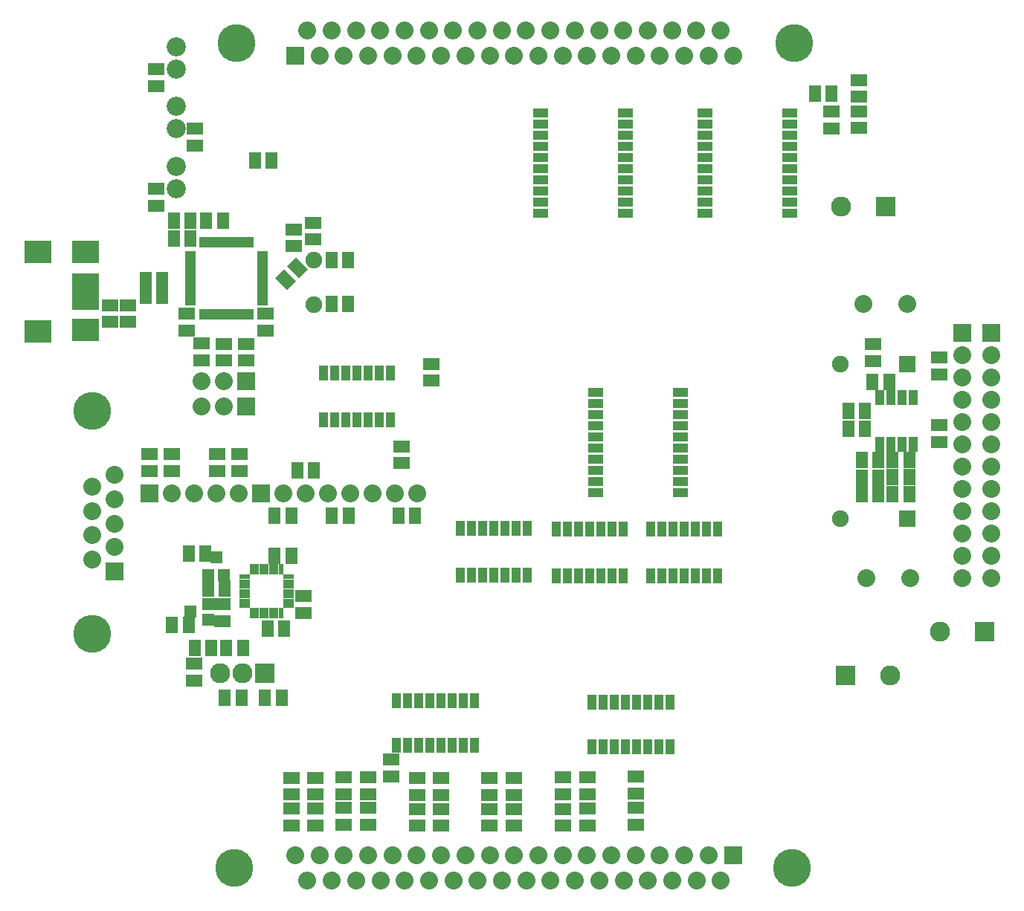
<source format=gts>
G04 (created by PCBNEW-RS274X (2012-01-19 BZR 3256)-stable) date Fri 19 Oct 2012 08:46:26 AM MSK*
G01*
G70*
G90*
%MOIN*%
G04 Gerber Fmt 3.4, Leading zero omitted, Abs format*
%FSLAX34Y34*%
G04 APERTURE LIST*
%ADD10C,0.006000*%
%ADD11R,0.070000X0.040000*%
%ADD12R,0.040000X0.065000*%
%ADD13R,0.055000X0.075000*%
%ADD14R,0.075000X0.055000*%
%ADD15R,0.080000X0.080000*%
%ADD16C,0.080000*%
%ADD17R,0.118400X0.039600*%
%ADD18R,0.118400X0.098700*%
%ADD19R,0.051500X0.029800*%
%ADD20R,0.051500X0.029900*%
%ADD21R,0.029800X0.051500*%
%ADD22R,0.029900X0.051500*%
%ADD23C,0.086000*%
%ADD24C,0.170000*%
%ADD25C,0.075000*%
%ADD26R,0.075000X0.075000*%
%ADD27R,0.090000X0.090000*%
%ADD28C,0.090000*%
%ADD29R,0.056000X0.056000*%
%ADD30R,0.050400X0.022800*%
%ADD31R,0.022800X0.050400*%
G04 APERTURE END LIST*
G54D10*
G54D11*
X64160Y-42610D03*
X64160Y-42110D03*
X64160Y-41610D03*
X64160Y-41110D03*
X64160Y-40610D03*
X64160Y-40110D03*
X64160Y-39610D03*
X64160Y-39110D03*
X64160Y-38610D03*
X64160Y-38110D03*
X60360Y-38110D03*
X60360Y-38610D03*
X60360Y-39110D03*
X60360Y-39610D03*
X60360Y-40110D03*
X60360Y-40610D03*
X60360Y-41110D03*
X60360Y-41610D03*
X60360Y-42110D03*
X60360Y-42610D03*
X69040Y-30070D03*
X69040Y-29570D03*
X69040Y-29070D03*
X69040Y-28570D03*
X69040Y-28070D03*
X69040Y-27570D03*
X69040Y-27070D03*
X69040Y-26570D03*
X69040Y-26070D03*
X69040Y-25570D03*
X65240Y-25570D03*
X65240Y-26070D03*
X65240Y-26570D03*
X65240Y-27070D03*
X65240Y-27570D03*
X65240Y-28070D03*
X65240Y-28570D03*
X65240Y-29070D03*
X65240Y-29570D03*
X65240Y-30070D03*
X61680Y-30070D03*
X61680Y-29570D03*
X61680Y-29070D03*
X61680Y-28570D03*
X61680Y-28070D03*
X61680Y-27570D03*
X61680Y-27070D03*
X61680Y-26570D03*
X61680Y-26070D03*
X61680Y-25570D03*
X57880Y-25570D03*
X57880Y-26070D03*
X57880Y-26570D03*
X57880Y-27070D03*
X57880Y-27570D03*
X57880Y-28070D03*
X57880Y-28570D03*
X57880Y-29070D03*
X57880Y-29570D03*
X57880Y-30070D03*
G54D12*
X51410Y-53960D03*
X51910Y-53960D03*
X52410Y-53960D03*
X52910Y-53960D03*
X53410Y-53960D03*
X53910Y-53960D03*
X54410Y-53960D03*
X54910Y-53960D03*
X54910Y-51960D03*
X54410Y-51960D03*
X53910Y-51960D03*
X53410Y-51960D03*
X52910Y-51960D03*
X52410Y-51960D03*
X51910Y-51960D03*
X51410Y-51960D03*
X63670Y-52000D03*
X63170Y-52000D03*
X62670Y-52000D03*
X62170Y-52000D03*
X61670Y-52000D03*
X61170Y-52000D03*
X60670Y-52000D03*
X60170Y-52000D03*
X60170Y-54000D03*
X60670Y-54000D03*
X61170Y-54000D03*
X61670Y-54000D03*
X62170Y-54000D03*
X62670Y-54000D03*
X63170Y-54000D03*
X63670Y-54000D03*
X65820Y-44240D03*
X65320Y-44240D03*
X64820Y-44240D03*
X64320Y-44240D03*
X63820Y-44240D03*
X63320Y-44240D03*
X62820Y-44240D03*
X62820Y-46340D03*
X63320Y-46340D03*
X63820Y-46340D03*
X64320Y-46340D03*
X64820Y-46340D03*
X65320Y-46340D03*
X65820Y-46340D03*
X61600Y-44240D03*
X61100Y-44240D03*
X60600Y-44240D03*
X60100Y-44240D03*
X59600Y-44240D03*
X59100Y-44240D03*
X58600Y-44240D03*
X58600Y-46340D03*
X59100Y-46340D03*
X59600Y-46340D03*
X60100Y-46340D03*
X60600Y-46340D03*
X61100Y-46340D03*
X61600Y-46340D03*
X57300Y-44200D03*
X56800Y-44200D03*
X56300Y-44200D03*
X55800Y-44200D03*
X55300Y-44200D03*
X54800Y-44200D03*
X54300Y-44200D03*
X54300Y-46300D03*
X54800Y-46300D03*
X55300Y-46300D03*
X55800Y-46300D03*
X56300Y-46300D03*
X56800Y-46300D03*
X57300Y-46300D03*
X51140Y-37260D03*
X50640Y-37260D03*
X50140Y-37260D03*
X49640Y-37260D03*
X49140Y-37260D03*
X48640Y-37260D03*
X48140Y-37260D03*
X48140Y-39360D03*
X48640Y-39360D03*
X49140Y-39360D03*
X49640Y-39360D03*
X50140Y-39360D03*
X50640Y-39360D03*
X51140Y-39360D03*
G54D13*
X48530Y-43660D03*
X49280Y-43660D03*
X45955Y-43660D03*
X46705Y-43660D03*
G54D10*
G36*
X46913Y-32051D02*
X47444Y-32582D01*
X47055Y-32971D01*
X46524Y-32440D01*
X46913Y-32051D01*
X46913Y-32051D01*
G37*
G36*
X46383Y-32581D02*
X46914Y-33112D01*
X46525Y-33501D01*
X45994Y-32970D01*
X46383Y-32581D01*
X46383Y-32581D01*
G37*
G54D14*
X40660Y-29735D03*
X40660Y-28985D03*
X42400Y-27035D03*
X42400Y-26285D03*
X40660Y-24375D03*
X40660Y-23625D03*
G54D13*
X45085Y-27700D03*
X45835Y-27700D03*
G54D14*
X51640Y-40545D03*
X51640Y-41295D03*
X47680Y-30505D03*
X47680Y-31255D03*
X53000Y-37595D03*
X53000Y-36845D03*
X51200Y-55335D03*
X51200Y-54585D03*
X72150Y-25500D03*
X72150Y-26250D03*
X70925Y-25525D03*
X70925Y-26275D03*
X62140Y-56115D03*
X62140Y-55365D03*
G54D13*
X52255Y-43660D03*
X51505Y-43660D03*
X46985Y-41600D03*
X47735Y-41600D03*
X43650Y-30400D03*
X42900Y-30400D03*
G54D14*
X42700Y-36675D03*
X42700Y-35925D03*
X40360Y-41635D03*
X40360Y-40885D03*
X41360Y-41635D03*
X41360Y-40885D03*
X43375Y-41645D03*
X43375Y-40895D03*
X44380Y-41635D03*
X44380Y-40885D03*
X39373Y-34204D03*
X39373Y-34954D03*
G54D13*
X40925Y-33075D03*
X40175Y-33075D03*
X40925Y-33775D03*
X40175Y-33775D03*
G54D14*
X38586Y-34204D03*
X38586Y-34954D03*
X42020Y-34592D03*
X42020Y-35342D03*
X45563Y-34592D03*
X45563Y-35342D03*
G54D13*
X42198Y-31226D03*
X41448Y-31226D03*
X42200Y-30400D03*
X41450Y-30400D03*
G54D14*
X46820Y-30805D03*
X46820Y-31555D03*
G54D13*
X49259Y-34154D03*
X48509Y-34154D03*
X49259Y-32186D03*
X48509Y-32186D03*
G54D14*
X75760Y-36565D03*
X75760Y-37315D03*
X75760Y-39585D03*
X75760Y-40335D03*
X46720Y-57535D03*
X46720Y-56785D03*
X47800Y-57535D03*
X47800Y-56785D03*
X49060Y-57515D03*
X49060Y-56765D03*
X50160Y-57515D03*
X50160Y-56765D03*
X52340Y-57555D03*
X52340Y-56805D03*
X53420Y-57555D03*
X53420Y-56805D03*
X46720Y-56155D03*
X46720Y-55405D03*
X47800Y-56155D03*
X47800Y-55405D03*
X49060Y-56135D03*
X49060Y-55385D03*
X50160Y-56135D03*
X50160Y-55385D03*
X52340Y-56175D03*
X52340Y-55425D03*
X53420Y-56175D03*
X53420Y-55425D03*
X55600Y-56175D03*
X55600Y-55425D03*
X56700Y-56175D03*
X56700Y-55425D03*
X58880Y-56135D03*
X58880Y-55385D03*
X59980Y-56135D03*
X59980Y-55385D03*
X72150Y-24100D03*
X72150Y-24850D03*
G54D13*
X70175Y-24725D03*
X70925Y-24725D03*
G54D14*
X62140Y-57515D03*
X62140Y-56765D03*
X59980Y-57535D03*
X59980Y-56785D03*
X58880Y-57555D03*
X58880Y-56805D03*
X56700Y-57555D03*
X56700Y-56805D03*
X55600Y-57555D03*
X55600Y-56805D03*
G54D15*
X40355Y-42660D03*
G54D16*
X41355Y-42660D03*
X42355Y-42660D03*
X43355Y-42660D03*
X44355Y-42660D03*
G54D17*
X37502Y-33595D03*
X37502Y-33281D03*
X37502Y-34224D03*
G54D18*
X35338Y-35366D03*
X35338Y-31824D03*
X37502Y-35327D03*
X37502Y-31824D03*
G54D17*
X37502Y-33909D03*
X37502Y-32966D03*
G54D19*
X45404Y-31916D03*
G54D20*
X45404Y-32113D03*
X45404Y-32310D03*
X45404Y-32507D03*
G54D19*
X45404Y-32703D03*
X45404Y-32900D03*
X45404Y-33096D03*
X45404Y-33293D03*
G54D20*
X45404Y-33489D03*
X45404Y-33686D03*
X45404Y-33883D03*
G54D19*
X45404Y-34080D03*
G54D21*
X44873Y-34611D03*
G54D22*
X44676Y-34611D03*
X44479Y-34611D03*
X44282Y-34611D03*
G54D21*
X44086Y-34611D03*
X43889Y-34611D03*
X43693Y-34611D03*
X43496Y-34611D03*
G54D22*
X43300Y-34611D03*
X43103Y-34611D03*
X42906Y-34611D03*
G54D21*
X42709Y-34611D03*
G54D19*
X42178Y-31916D03*
G54D20*
X42178Y-32113D03*
X42178Y-32310D03*
X42178Y-32507D03*
G54D19*
X42178Y-32703D03*
X42178Y-32900D03*
X42178Y-33096D03*
X42178Y-33293D03*
G54D20*
X42178Y-33489D03*
X42178Y-33686D03*
X42178Y-33883D03*
G54D19*
X42178Y-34080D03*
G54D21*
X44873Y-31385D03*
G54D22*
X44676Y-31385D03*
X44479Y-31385D03*
X44282Y-31385D03*
G54D21*
X44086Y-31385D03*
X43889Y-31385D03*
X43693Y-31385D03*
X43496Y-31385D03*
G54D22*
X43300Y-31385D03*
X43103Y-31385D03*
X42906Y-31385D03*
G54D21*
X42709Y-31385D03*
G54D23*
X41560Y-23620D03*
X41560Y-22620D03*
X41560Y-26280D03*
X41560Y-25280D03*
X41560Y-28980D03*
X41560Y-27980D03*
G54D15*
X46883Y-23001D03*
G54D16*
X47973Y-23001D03*
X49063Y-23001D03*
X50153Y-23001D03*
X51243Y-23001D03*
X52333Y-23001D03*
X53423Y-23001D03*
X54513Y-23001D03*
X55603Y-23001D03*
G54D24*
X44243Y-22441D03*
X69243Y-22441D03*
G54D16*
X56693Y-23001D03*
X57783Y-23001D03*
X58873Y-23001D03*
X59963Y-23001D03*
X61053Y-23001D03*
X62143Y-23001D03*
X63233Y-23001D03*
X64323Y-23001D03*
X65413Y-23001D03*
X66503Y-23001D03*
X47423Y-21881D03*
X48513Y-21881D03*
X49603Y-21881D03*
X50693Y-21881D03*
X51783Y-21881D03*
X52873Y-21881D03*
X53963Y-21881D03*
X55053Y-21881D03*
X56143Y-21881D03*
X57233Y-21881D03*
X58323Y-21881D03*
X59413Y-21881D03*
X60503Y-21881D03*
X61593Y-21881D03*
X62683Y-21881D03*
X63773Y-21881D03*
X64863Y-21881D03*
X65953Y-21881D03*
G54D15*
X66503Y-58889D03*
G54D16*
X65413Y-58889D03*
X64323Y-58889D03*
X63233Y-58889D03*
X62143Y-58889D03*
X61053Y-58889D03*
X59963Y-58889D03*
X58873Y-58889D03*
X57783Y-58889D03*
G54D24*
X69143Y-59449D03*
X44143Y-59449D03*
G54D16*
X56693Y-58889D03*
X55603Y-58889D03*
X54513Y-58889D03*
X53423Y-58889D03*
X52333Y-58889D03*
X51243Y-58889D03*
X50153Y-58889D03*
X49063Y-58889D03*
X47973Y-58889D03*
X46883Y-58889D03*
X65963Y-60009D03*
X64873Y-60009D03*
X63783Y-60009D03*
X62693Y-60009D03*
X61603Y-60009D03*
X60513Y-60009D03*
X59423Y-60009D03*
X58333Y-60009D03*
X57243Y-60009D03*
X56153Y-60009D03*
X55063Y-60009D03*
X53973Y-60009D03*
X52883Y-60009D03*
X51793Y-60009D03*
X50703Y-60009D03*
X49613Y-60009D03*
X48523Y-60009D03*
X47433Y-60009D03*
G54D15*
X45355Y-42660D03*
G54D16*
X46355Y-42660D03*
X47355Y-42660D03*
X48355Y-42660D03*
X49355Y-42660D03*
X50355Y-42660D03*
X51355Y-42660D03*
X52355Y-42660D03*
G54D24*
X37775Y-38950D03*
X37775Y-48950D03*
G54D15*
X38775Y-46150D03*
G54D16*
X38775Y-45050D03*
X38775Y-44000D03*
X38775Y-42900D03*
X38775Y-41800D03*
X37775Y-45600D03*
X37775Y-44500D03*
X37775Y-43450D03*
X37775Y-42350D03*
G54D25*
X47703Y-32170D03*
X47703Y-34170D03*
G54D12*
X74590Y-40450D03*
X74590Y-38350D03*
X74090Y-40450D03*
X73590Y-40450D03*
X73090Y-40450D03*
X74090Y-38350D03*
X73590Y-38350D03*
X73090Y-38350D03*
G54D13*
X72435Y-38960D03*
X71685Y-38960D03*
X72435Y-39740D03*
X71685Y-39740D03*
X74415Y-41160D03*
X73665Y-41160D03*
X74415Y-41920D03*
X73665Y-41920D03*
X74415Y-42680D03*
X73665Y-42680D03*
G54D14*
X72780Y-35965D03*
X72780Y-36715D03*
G54D13*
X73515Y-37640D03*
X72765Y-37640D03*
X72285Y-41940D03*
X73035Y-41940D03*
X73035Y-41160D03*
X72285Y-41160D03*
G54D16*
X74304Y-34160D03*
X72336Y-34160D03*
X74464Y-46440D03*
X72496Y-46440D03*
G54D26*
X74320Y-43780D03*
G54D25*
X71320Y-43780D03*
G54D26*
X74320Y-36840D03*
G54D25*
X71320Y-36840D03*
G54D27*
X71540Y-50800D03*
G54D28*
X73540Y-50800D03*
G54D27*
X73360Y-29780D03*
G54D28*
X71360Y-29780D03*
G54D14*
X44700Y-36695D03*
X44700Y-35945D03*
X43700Y-36695D03*
X43700Y-35945D03*
G54D15*
X44700Y-38760D03*
G54D16*
X43700Y-38760D03*
X42700Y-38760D03*
G54D15*
X44700Y-37600D03*
G54D16*
X43700Y-37600D03*
X42700Y-37600D03*
G54D27*
X77780Y-48860D03*
G54D28*
X75780Y-48860D03*
G54D15*
X76800Y-35450D03*
G54D16*
X76800Y-36450D03*
X76800Y-37450D03*
X76800Y-38450D03*
X76800Y-39450D03*
X76800Y-40450D03*
X76800Y-41450D03*
X76800Y-42450D03*
X76800Y-43450D03*
X76800Y-44450D03*
X76800Y-45450D03*
X76800Y-46450D03*
G54D15*
X78075Y-35450D03*
G54D16*
X78075Y-36450D03*
X78075Y-37450D03*
X78075Y-38450D03*
X78075Y-39450D03*
X78075Y-40450D03*
X78075Y-41450D03*
X78075Y-42450D03*
X78075Y-43450D03*
X78075Y-44450D03*
X78075Y-45450D03*
X78075Y-46450D03*
G54D13*
X73035Y-42680D03*
X72285Y-42680D03*
G54D28*
X43507Y-50728D03*
X44507Y-50728D03*
G54D27*
X45507Y-50728D03*
G54D29*
X42999Y-47603D03*
X42999Y-48303D03*
X42199Y-47953D03*
X43697Y-46306D03*
X42997Y-46306D03*
X43347Y-45506D03*
G54D13*
X45531Y-51812D03*
X46281Y-51812D03*
X44470Y-51812D03*
X43720Y-51812D03*
X45649Y-48701D03*
X46399Y-48701D03*
G54D14*
X47244Y-48013D03*
X47244Y-47263D03*
G54D13*
X43798Y-49568D03*
X44548Y-49568D03*
X42381Y-49568D03*
X43131Y-49568D03*
X46714Y-45433D03*
X45964Y-45433D03*
G54D14*
X42362Y-51045D03*
X42362Y-50295D03*
X43622Y-48368D03*
X43622Y-47618D03*
G54D13*
X42107Y-48544D03*
X41357Y-48544D03*
X42972Y-46930D03*
X43722Y-46930D03*
X42855Y-45355D03*
X42105Y-45355D03*
G54D30*
X44607Y-47048D03*
X44607Y-46831D03*
X44607Y-46615D03*
X44607Y-46398D03*
X44607Y-47265D03*
X44607Y-47481D03*
X44607Y-47698D03*
X46575Y-47048D03*
X46575Y-46831D03*
X46575Y-46615D03*
X46575Y-46398D03*
X46575Y-47265D03*
X46575Y-47481D03*
X46575Y-47698D03*
G54D31*
X45591Y-46064D03*
X45374Y-46064D03*
X45158Y-46064D03*
X44941Y-46064D03*
X45808Y-46064D03*
X46024Y-46064D03*
X46241Y-46064D03*
X45591Y-48032D03*
X45374Y-48032D03*
X45158Y-48032D03*
X44941Y-48032D03*
X45808Y-48032D03*
X46024Y-48032D03*
X46241Y-48032D03*
M02*

</source>
